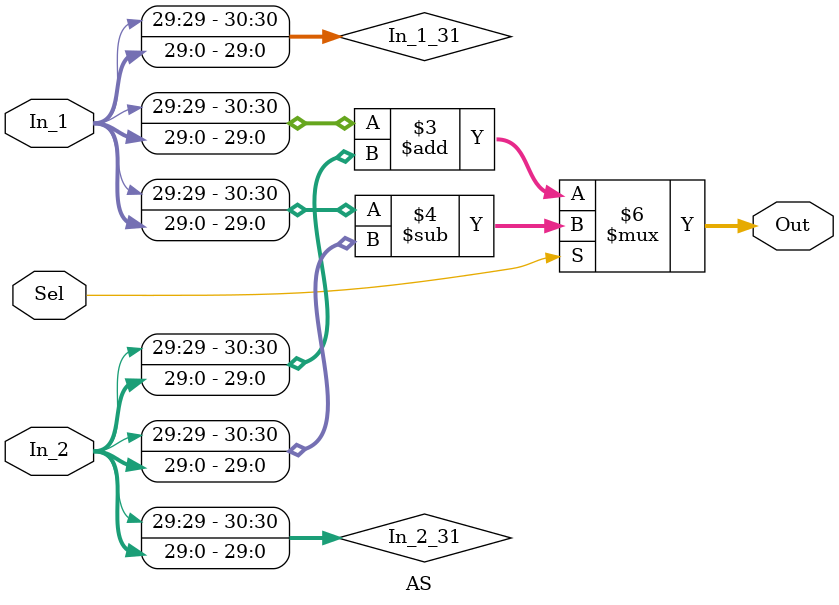
<source format=v>
module AS(Out, In_1, In_2, Sel);
input        [29:0] In_1;
input        [29:0] In_2;
input        Sel;
output reg   [30:0] Out;
wire         [30:0] Sel_31;
wire         [29:0] c;
wire         [30:0] In_1_31;
wire         [30:0] In_2_31;

assign In_1_31[29:0] = In_1[29:0];
assign In_1_31[30] = In_1[29];
assign In_2_31[29:0] = In_2[29:0];
assign In_2_31[30] = In_2[29];

always @(*) begin
	if(Sel == 0)
		Out=In_1_31+In_2_31;
	else
		Out=In_1_31-In_2_31;
end
  
endmodule
</source>
